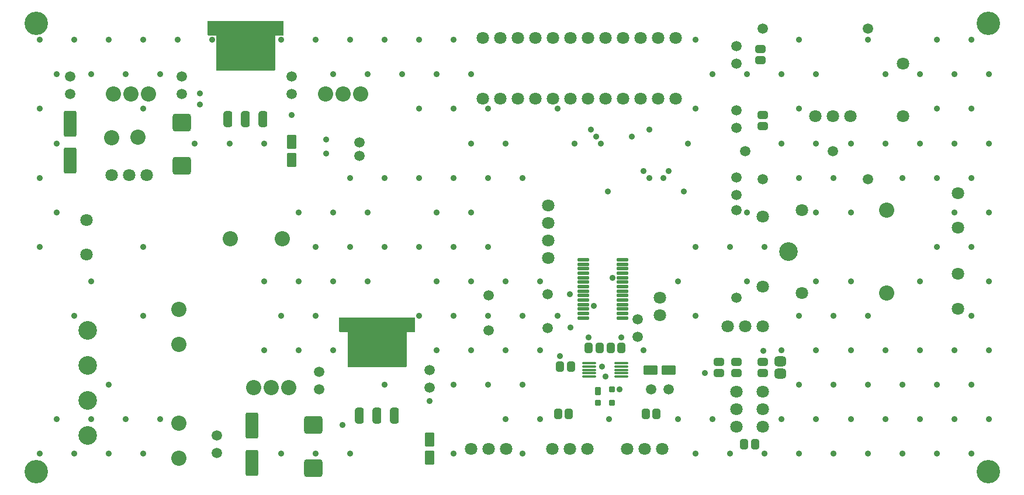
<source format=gts>
G04*
G04 #@! TF.GenerationSoftware,Altium Limited,Altium Designer,21.9.2 (33)*
G04*
G04 Layer_Color=8388736*
%FSLAX24Y24*%
%MOIN*%
G70*
G04*
G04 #@! TF.SameCoordinates,D973DA56-E0BB-4DEA-AE19-888B2019222A*
G04*
G04*
G04 #@! TF.FilePolarity,Negative*
G04*
G01*
G75*
G04:AMPARAMS|DCode=27|XSize=67.1mil|YSize=57.2mil|CornerRadius=16.3mil|HoleSize=0mil|Usage=FLASHONLY|Rotation=180.000|XOffset=0mil|YOffset=0mil|HoleType=Round|Shape=RoundedRectangle|*
%AMROUNDEDRECTD27*
21,1,0.0671,0.0246,0,0,180.0*
21,1,0.0344,0.0572,0,0,180.0*
1,1,0.0326,-0.0172,0.0123*
1,1,0.0326,0.0172,0.0123*
1,1,0.0326,0.0172,-0.0123*
1,1,0.0326,-0.0172,-0.0123*
%
%ADD27ROUNDEDRECTD27*%
G04:AMPARAMS|DCode=28|XSize=78.9mil|YSize=56.4mil|CornerRadius=8.8mil|HoleSize=0mil|Usage=FLASHONLY|Rotation=270.000|XOffset=0mil|YOffset=0mil|HoleType=Round|Shape=RoundedRectangle|*
%AMROUNDEDRECTD28*
21,1,0.0789,0.0387,0,0,270.0*
21,1,0.0612,0.0564,0,0,270.0*
1,1,0.0177,-0.0194,-0.0306*
1,1,0.0177,-0.0194,0.0306*
1,1,0.0177,0.0194,0.0306*
1,1,0.0177,0.0194,-0.0306*
%
%ADD28ROUNDEDRECTD28*%
G04:AMPARAMS|DCode=29|XSize=149.6mil|YSize=72.8mil|CornerRadius=10.4mil|HoleSize=0mil|Usage=FLASHONLY|Rotation=270.000|XOffset=0mil|YOffset=0mil|HoleType=Round|Shape=RoundedRectangle|*
%AMROUNDEDRECTD29*
21,1,0.1496,0.0520,0,0,270.0*
21,1,0.1287,0.0728,0,0,270.0*
1,1,0.0209,-0.0260,-0.0644*
1,1,0.0209,-0.0260,0.0644*
1,1,0.0209,0.0260,0.0644*
1,1,0.0209,0.0260,-0.0644*
%
%ADD29ROUNDEDRECTD29*%
G04:AMPARAMS|DCode=30|XSize=101.3mil|YSize=103.7mil|CornerRadius=13.3mil|HoleSize=0mil|Usage=FLASHONLY|Rotation=270.000|XOffset=0mil|YOffset=0mil|HoleType=Round|Shape=RoundedRectangle|*
%AMROUNDEDRECTD30*
21,1,0.1013,0.0770,0,0,270.0*
21,1,0.0746,0.1037,0,0,270.0*
1,1,0.0267,-0.0385,-0.0373*
1,1,0.0267,-0.0385,0.0373*
1,1,0.0267,0.0385,0.0373*
1,1,0.0267,0.0385,-0.0373*
%
%ADD30ROUNDEDRECTD30*%
G04:AMPARAMS|DCode=31|XSize=92.9mil|YSize=50mil|CornerRadius=14.5mil|HoleSize=0mil|Usage=FLASHONLY|Rotation=270.000|XOffset=0mil|YOffset=0mil|HoleType=Round|Shape=RoundedRectangle|*
%AMROUNDEDRECTD31*
21,1,0.0929,0.0211,0,0,270.0*
21,1,0.0640,0.0500,0,0,270.0*
1,1,0.0289,-0.0105,-0.0320*
1,1,0.0289,-0.0105,0.0320*
1,1,0.0289,0.0105,0.0320*
1,1,0.0289,0.0105,-0.0320*
%
%ADD31ROUNDEDRECTD31*%
G04:AMPARAMS|DCode=32|XSize=59.2mil|YSize=47.4mil|CornerRadius=13.8mil|HoleSize=0mil|Usage=FLASHONLY|Rotation=0.000|XOffset=0mil|YOffset=0mil|HoleType=Round|Shape=RoundedRectangle|*
%AMROUNDEDRECTD32*
21,1,0.0592,0.0197,0,0,0.0*
21,1,0.0315,0.0474,0,0,0.0*
1,1,0.0277,0.0157,-0.0098*
1,1,0.0277,-0.0157,-0.0098*
1,1,0.0277,-0.0157,0.0098*
1,1,0.0277,0.0157,0.0098*
%
%ADD32ROUNDEDRECTD32*%
G04:AMPARAMS|DCode=33|XSize=59.2mil|YSize=47.4mil|CornerRadius=13.8mil|HoleSize=0mil|Usage=FLASHONLY|Rotation=270.000|XOffset=0mil|YOffset=0mil|HoleType=Round|Shape=RoundedRectangle|*
%AMROUNDEDRECTD33*
21,1,0.0592,0.0197,0,0,270.0*
21,1,0.0315,0.0474,0,0,270.0*
1,1,0.0277,-0.0098,-0.0157*
1,1,0.0277,-0.0098,0.0157*
1,1,0.0277,0.0098,0.0157*
1,1,0.0277,0.0098,-0.0157*
%
%ADD33ROUNDEDRECTD33*%
G04:AMPARAMS|DCode=34|XSize=15.7mil|YSize=76.8mil|CornerRadius=4.9mil|HoleSize=0mil|Usage=FLASHONLY|Rotation=270.000|XOffset=0mil|YOffset=0mil|HoleType=Round|Shape=RoundedRectangle|*
%AMROUNDEDRECTD34*
21,1,0.0157,0.0669,0,0,270.0*
21,1,0.0059,0.0768,0,0,270.0*
1,1,0.0098,-0.0335,-0.0030*
1,1,0.0098,-0.0335,0.0030*
1,1,0.0098,0.0335,0.0030*
1,1,0.0098,0.0335,-0.0030*
%
%ADD34ROUNDEDRECTD34*%
G04:AMPARAMS|DCode=35|XSize=78.9mil|YSize=56.4mil|CornerRadius=8.8mil|HoleSize=0mil|Usage=FLASHONLY|Rotation=0.000|XOffset=0mil|YOffset=0mil|HoleType=Round|Shape=RoundedRectangle|*
%AMROUNDEDRECTD35*
21,1,0.0789,0.0387,0,0,0.0*
21,1,0.0612,0.0564,0,0,0.0*
1,1,0.0177,0.0306,-0.0194*
1,1,0.0177,-0.0306,-0.0194*
1,1,0.0177,-0.0306,0.0194*
1,1,0.0177,0.0306,0.0194*
%
%ADD35ROUNDEDRECTD35*%
%ADD36O,0.0709X0.0197*%
G04:AMPARAMS|DCode=37|XSize=31.5mil|YSize=35.4mil|CornerRadius=5.1mil|HoleSize=0mil|Usage=FLASHONLY|Rotation=270.000|XOffset=0mil|YOffset=0mil|HoleType=Round|Shape=RoundedRectangle|*
%AMROUNDEDRECTD37*
21,1,0.0315,0.0252,0,0,270.0*
21,1,0.0213,0.0354,0,0,270.0*
1,1,0.0102,-0.0126,-0.0106*
1,1,0.0102,-0.0126,0.0106*
1,1,0.0102,0.0126,0.0106*
1,1,0.0102,0.0126,-0.0106*
%
%ADD37ROUNDEDRECTD37*%
G04:AMPARAMS|DCode=38|XSize=47.2mil|YSize=35.4mil|CornerRadius=5.3mil|HoleSize=0mil|Usage=FLASHONLY|Rotation=270.000|XOffset=0mil|YOffset=0mil|HoleType=Round|Shape=RoundedRectangle|*
%AMROUNDEDRECTD38*
21,1,0.0472,0.0248,0,0,270.0*
21,1,0.0366,0.0354,0,0,270.0*
1,1,0.0106,-0.0124,-0.0183*
1,1,0.0106,-0.0124,0.0183*
1,1,0.0106,0.0124,0.0183*
1,1,0.0106,0.0124,-0.0183*
%
%ADD38ROUNDEDRECTD38*%
%ADD39C,0.1339*%
%ADD40C,0.0709*%
%ADD41C,0.0867*%
%ADD42C,0.0592*%
%ADD43C,0.0710*%
%ADD44C,0.0591*%
%ADD45C,0.1063*%
%ADD46C,0.1064*%
%ADD47C,0.0356*%
G36*
X33192Y21554D02*
X33197Y21553D01*
X33202Y21551D01*
X33207Y21549D01*
X33211Y21546D01*
X33215Y21543D01*
X33218Y21539D01*
X33221Y21534D01*
X33223Y21530D01*
X33225Y21525D01*
X33226Y21520D01*
X33226Y21515D01*
Y20763D01*
X33226Y20758D01*
X33225Y20753D01*
X33223Y20748D01*
X33221Y20743D01*
X33218Y20739D01*
X33215Y20735D01*
X33211Y20731D01*
X33207Y20729D01*
X33202Y20726D01*
X33197Y20725D01*
X33192Y20724D01*
X33187Y20723D01*
X32740D01*
Y18763D01*
X32740Y18758D01*
X32739Y18753D01*
X32737Y18748D01*
X32735Y18743D01*
X32732Y18739D01*
X32729Y18735D01*
X32725Y18731D01*
X32721Y18729D01*
X32716Y18726D01*
X32711Y18725D01*
X32706Y18724D01*
X32701Y18723D01*
X29421D01*
X29416Y18724D01*
X29411Y18725D01*
X29406Y18726D01*
X29402Y18729D01*
X29397Y18731D01*
X29393Y18735D01*
X29390Y18739D01*
X29387Y18743D01*
X29385Y18748D01*
X29383Y18753D01*
X29382Y18758D01*
X29382Y18763D01*
Y20723D01*
X28935D01*
X28930Y20724D01*
X28925Y20725D01*
X28920Y20726D01*
X28915Y20729D01*
X28911Y20731D01*
X28907Y20735D01*
X28904Y20739D01*
X28901Y20743D01*
X28899Y20748D01*
X28897Y20753D01*
X28896Y20758D01*
X28896Y20763D01*
Y21515D01*
X28896Y21520D01*
X28897Y21525D01*
X28899Y21530D01*
X28901Y21534D01*
X28904Y21539D01*
X28907Y21543D01*
X28911Y21546D01*
X28915Y21549D01*
X28920Y21551D01*
X28925Y21553D01*
X28930Y21554D01*
X28935Y21554D01*
X33187D01*
X33192Y21554D01*
D02*
G37*
G36*
X25692Y38485D02*
X25697Y38484D01*
X25702Y38482D01*
X25707Y38480D01*
X25711Y38477D01*
X25715Y38474D01*
X25718Y38470D01*
X25721Y38466D01*
X25723Y38461D01*
X25725Y38456D01*
X25726Y38451D01*
X25726Y38446D01*
Y37694D01*
X25726Y37689D01*
X25725Y37684D01*
X25723Y37679D01*
X25721Y37674D01*
X25718Y37670D01*
X25715Y37666D01*
X25711Y37663D01*
X25707Y37660D01*
X25702Y37657D01*
X25697Y37656D01*
X25692Y37655D01*
X25687Y37654D01*
X25240D01*
Y35694D01*
X25240Y35689D01*
X25239Y35684D01*
X25237Y35679D01*
X25235Y35674D01*
X25232Y35670D01*
X25229Y35666D01*
X25225Y35663D01*
X25221Y35660D01*
X25216Y35657D01*
X25211Y35656D01*
X25206Y35655D01*
X25201Y35654D01*
X21921D01*
X21916Y35655D01*
X21911Y35656D01*
X21906Y35657D01*
X21902Y35660D01*
X21897Y35663D01*
X21893Y35666D01*
X21890Y35670D01*
X21887Y35674D01*
X21885Y35679D01*
X21883Y35684D01*
X21882Y35689D01*
X21882Y35694D01*
Y37654D01*
X21435D01*
X21430Y37655D01*
X21425Y37656D01*
X21420Y37657D01*
X21415Y37660D01*
X21411Y37663D01*
X21407Y37666D01*
X21404Y37670D01*
X21401Y37674D01*
X21399Y37679D01*
X21397Y37684D01*
X21396Y37689D01*
X21396Y37694D01*
Y38446D01*
X21396Y38451D01*
X21397Y38456D01*
X21399Y38461D01*
X21401Y38466D01*
X21404Y38470D01*
X21407Y38474D01*
X21411Y38477D01*
X21415Y38480D01*
X21420Y38482D01*
X21425Y38484D01*
X21430Y38485D01*
X21435Y38485D01*
X25687D01*
X25692Y38485D01*
D02*
G37*
D27*
X54061Y18342D02*
D03*
Y19031D02*
D03*
D28*
X26186Y31577D02*
D03*
Y30545D02*
D03*
X34061Y14577D02*
D03*
Y13545D02*
D03*
D29*
X23936Y15374D02*
D03*
Y13248D02*
D03*
X13561Y32624D02*
D03*
Y30498D02*
D03*
D30*
X27436Y12958D02*
D03*
Y15414D02*
D03*
X19936Y30208D02*
D03*
Y32664D02*
D03*
D31*
X30061Y15936D02*
D03*
X31061D02*
D03*
X32061D02*
D03*
X22561Y32867D02*
D03*
X23561D02*
D03*
X24561D02*
D03*
D32*
X52936Y36246D02*
D03*
Y36876D02*
D03*
X53061Y19001D02*
D03*
Y18371D02*
D03*
X50561Y18371D02*
D03*
Y19001D02*
D03*
X51561Y19001D02*
D03*
Y18371D02*
D03*
X53061Y32496D02*
D03*
Y33126D02*
D03*
D33*
X43121Y19811D02*
D03*
X43751D02*
D03*
X45001D02*
D03*
X44371D02*
D03*
X41496Y18749D02*
D03*
X42126D02*
D03*
X51996Y14311D02*
D03*
X52626D02*
D03*
X41371Y16061D02*
D03*
X42001D02*
D03*
X47001D02*
D03*
X46371D02*
D03*
D34*
X43146Y18758D02*
D03*
Y18561D02*
D03*
Y18364D02*
D03*
Y18167D02*
D03*
Y18955D02*
D03*
X44976D02*
D03*
Y18758D02*
D03*
Y18561D02*
D03*
Y18364D02*
D03*
Y18167D02*
D03*
D35*
X46670Y18561D02*
D03*
X47702D02*
D03*
D36*
X42834Y24849D02*
D03*
Y24594D02*
D03*
Y24338D02*
D03*
Y24082D02*
D03*
Y23826D02*
D03*
Y23570D02*
D03*
Y23314D02*
D03*
Y23058D02*
D03*
Y22802D02*
D03*
Y22546D02*
D03*
Y22290D02*
D03*
Y22034D02*
D03*
Y21779D02*
D03*
Y21523D02*
D03*
X45038D02*
D03*
Y24849D02*
D03*
Y24594D02*
D03*
Y24338D02*
D03*
Y24082D02*
D03*
Y23826D02*
D03*
Y23570D02*
D03*
Y23314D02*
D03*
Y23058D02*
D03*
Y22802D02*
D03*
Y22546D02*
D03*
Y22290D02*
D03*
Y22034D02*
D03*
Y21779D02*
D03*
D37*
X44455Y17435D02*
D03*
Y16687D02*
D03*
X43667D02*
D03*
D38*
Y17356D02*
D03*
D39*
X65906Y12756D02*
D03*
Y38346D02*
D03*
X11614D02*
D03*
Y12756D02*
D03*
D40*
X38097Y37500D02*
D03*
X40097D02*
D03*
X42097D02*
D03*
X44097D02*
D03*
X48097D02*
D03*
X47097D02*
D03*
X46097D02*
D03*
X45097D02*
D03*
X43097D02*
D03*
X41097D02*
D03*
X39097D02*
D03*
X37097D02*
D03*
X38097Y34050D02*
D03*
X40097D02*
D03*
X42097D02*
D03*
X44097D02*
D03*
X48097D02*
D03*
X47097D02*
D03*
X46097D02*
D03*
X45097D02*
D03*
X43097D02*
D03*
X41097D02*
D03*
X39097D02*
D03*
X37097D02*
D03*
X43061Y14061D02*
D03*
X42061D02*
D03*
X41061D02*
D03*
X47311D02*
D03*
X46311D02*
D03*
X45311D02*
D03*
X14500Y25157D02*
D03*
Y27125D02*
D03*
X64186Y24030D02*
D03*
Y22061D02*
D03*
X51561Y15311D02*
D03*
Y17311D02*
D03*
Y16311D02*
D03*
X56061Y33061D02*
D03*
X57061D02*
D03*
X53061Y27311D02*
D03*
Y23311D02*
D03*
X51061Y21061D02*
D03*
X52061D02*
D03*
X38436Y14061D02*
D03*
X37436D02*
D03*
X36436D02*
D03*
X64186Y28655D02*
D03*
Y26686D02*
D03*
X47186Y22686D02*
D03*
Y21686D02*
D03*
X40811Y24936D02*
D03*
Y25936D02*
D03*
Y26936D02*
D03*
Y27936D02*
D03*
X17936Y29686D02*
D03*
X16936D02*
D03*
X61061Y36061D02*
D03*
Y33061D02*
D03*
X53061Y17311D02*
D03*
Y15311D02*
D03*
Y16311D02*
D03*
D41*
X19750Y20000D02*
D03*
Y15500D02*
D03*
Y13500D02*
D03*
Y22000D02*
D03*
X25639Y26061D02*
D03*
X22686D02*
D03*
X17436Y31831D02*
D03*
X15936Y31811D02*
D03*
X60106Y22949D02*
D03*
Y27673D02*
D03*
X28130Y34311D02*
D03*
X30130D02*
D03*
X29130D02*
D03*
X16005D02*
D03*
X18005D02*
D03*
X17005D02*
D03*
X24005Y17561D02*
D03*
X26005D02*
D03*
X25005D02*
D03*
D42*
X47686Y17436D02*
D03*
X46686D02*
D03*
X13561Y35311D02*
D03*
Y34311D02*
D03*
X19936Y35311D02*
D03*
Y34311D02*
D03*
X26186Y35311D02*
D03*
Y34311D02*
D03*
X21936Y13811D02*
D03*
Y14811D02*
D03*
X27755Y18436D02*
D03*
Y17436D02*
D03*
X34061Y18561D02*
D03*
Y17561D02*
D03*
X51561Y36061D02*
D03*
Y37061D02*
D03*
Y28561D02*
D03*
Y29561D02*
D03*
X59061Y38061D02*
D03*
X53061D02*
D03*
X37436Y20811D02*
D03*
Y22811D02*
D03*
X30061Y30774D02*
D03*
Y31561D02*
D03*
X53061Y29436D02*
D03*
X59061D02*
D03*
X51561Y32374D02*
D03*
Y33374D02*
D03*
X45936Y20436D02*
D03*
Y21436D02*
D03*
D43*
X58061Y33061D02*
D03*
X53061Y21061D02*
D03*
X15936Y29686D02*
D03*
X55303Y22949D02*
D03*
Y27673D02*
D03*
D44*
X51561Y22686D02*
D03*
Y27686D02*
D03*
X40797Y20961D02*
D03*
Y22883D02*
D03*
X52061Y31061D02*
D03*
X57061D02*
D03*
D45*
X14561Y14811D02*
D03*
Y16811D02*
D03*
Y20811D02*
D03*
Y18811D02*
D03*
D46*
X54516Y25311D02*
D03*
D47*
X64961Y37402D02*
D03*
X65945Y35433D02*
D03*
X64961Y33465D02*
D03*
X65945Y31496D02*
D03*
X64961Y29528D02*
D03*
X65945Y27559D02*
D03*
X64961Y25591D02*
D03*
X65945Y23622D02*
D03*
X64961Y21654D02*
D03*
X65945Y19685D02*
D03*
X64961Y17717D02*
D03*
X65945Y15748D02*
D03*
X64961Y13780D02*
D03*
X62992Y37402D02*
D03*
X63976Y35433D02*
D03*
X62992Y33465D02*
D03*
X63976Y31496D02*
D03*
X62992Y29528D02*
D03*
X63976Y27559D02*
D03*
X62992Y25591D02*
D03*
X63976Y19685D02*
D03*
X62992Y17717D02*
D03*
X63976Y15748D02*
D03*
X62992Y13780D02*
D03*
X62008Y35433D02*
D03*
Y31496D02*
D03*
X61024Y29528D02*
D03*
X62008Y23622D02*
D03*
Y19685D02*
D03*
X61024Y17717D02*
D03*
X62008Y15748D02*
D03*
X61024Y13780D02*
D03*
X59055Y37402D02*
D03*
X60039Y35433D02*
D03*
Y31496D02*
D03*
X59055Y21654D02*
D03*
X60039Y19685D02*
D03*
X59055Y17717D02*
D03*
X60039Y15748D02*
D03*
X59055Y13780D02*
D03*
X58071Y31496D02*
D03*
X57087Y29528D02*
D03*
X58071Y27559D02*
D03*
Y23622D02*
D03*
X57087Y21654D02*
D03*
X58071Y19685D02*
D03*
X57087Y17717D02*
D03*
X58071Y15748D02*
D03*
X57087Y13780D02*
D03*
X55118Y37402D02*
D03*
X56102Y35433D02*
D03*
X55118Y33465D02*
D03*
X56102Y31496D02*
D03*
X55118Y29528D02*
D03*
X56102Y27559D02*
D03*
Y23622D02*
D03*
X55118Y21654D02*
D03*
X56102Y19685D02*
D03*
X55118Y17717D02*
D03*
X56102Y15748D02*
D03*
X55118Y13780D02*
D03*
X54134Y35433D02*
D03*
Y31496D02*
D03*
X53150Y25591D02*
D03*
X54134Y19685D02*
D03*
Y15748D02*
D03*
X53150Y13780D02*
D03*
X52165Y35433D02*
D03*
Y27559D02*
D03*
X51181Y25591D02*
D03*
X52165Y23622D02*
D03*
X51181Y13780D02*
D03*
X49213Y37402D02*
D03*
X50197Y35433D02*
D03*
X49213Y33465D02*
D03*
Y25591D02*
D03*
Y21654D02*
D03*
X50197Y15748D02*
D03*
X49213Y13780D02*
D03*
X48228Y23622D02*
D03*
Y15748D02*
D03*
X46260Y19685D02*
D03*
X44291Y15748D02*
D03*
X41339Y33465D02*
D03*
X42323Y31496D02*
D03*
X41339Y21654D02*
D03*
X39370Y29528D02*
D03*
X40354Y23622D02*
D03*
X39370Y21654D02*
D03*
X40354Y19685D02*
D03*
X39370Y17717D02*
D03*
X40354Y15748D02*
D03*
X39370Y13780D02*
D03*
X37402Y33465D02*
D03*
X38386Y31496D02*
D03*
X37402Y29528D02*
D03*
Y25591D02*
D03*
X38386Y23622D02*
D03*
X37402Y21654D02*
D03*
X38386Y19685D02*
D03*
X37402Y17717D02*
D03*
X38386Y15748D02*
D03*
X35433Y37402D02*
D03*
X36417Y35433D02*
D03*
X35433Y33465D02*
D03*
X36417Y31496D02*
D03*
X35433Y29528D02*
D03*
X36417Y27559D02*
D03*
X35433Y25591D02*
D03*
X36417Y23622D02*
D03*
X35433Y21654D02*
D03*
X36417Y19685D02*
D03*
X35433Y17717D02*
D03*
Y13780D02*
D03*
X33465Y37402D02*
D03*
X34449Y35433D02*
D03*
X33465Y33465D02*
D03*
Y29528D02*
D03*
X34449Y27559D02*
D03*
X33465Y25591D02*
D03*
X34449Y23622D02*
D03*
X33465Y21654D02*
D03*
X34449Y19685D02*
D03*
X31496Y37402D02*
D03*
X32480Y35433D02*
D03*
X31496Y29528D02*
D03*
Y25591D02*
D03*
Y17717D02*
D03*
X29528Y37402D02*
D03*
X30512Y35433D02*
D03*
X29528Y29528D02*
D03*
X30512Y27559D02*
D03*
X29528Y25591D02*
D03*
X30512Y23622D02*
D03*
X29528Y13780D02*
D03*
X27559Y37402D02*
D03*
X28543Y35433D02*
D03*
Y27559D02*
D03*
X27559Y25591D02*
D03*
X28543Y23622D02*
D03*
X27559Y21654D02*
D03*
X28543Y19685D02*
D03*
X27559Y13780D02*
D03*
X25591Y37402D02*
D03*
X26575Y27559D02*
D03*
Y23622D02*
D03*
X25591Y21654D02*
D03*
X26575Y19685D02*
D03*
X25591Y13780D02*
D03*
X24606Y31496D02*
D03*
Y23622D02*
D03*
Y19685D02*
D03*
X21654Y37402D02*
D03*
X22638Y31496D02*
D03*
X19685Y37402D02*
D03*
X20669Y31496D02*
D03*
X17717Y37402D02*
D03*
X18701Y35433D02*
D03*
X17717Y33465D02*
D03*
Y25591D02*
D03*
Y21654D02*
D03*
X18701Y15748D02*
D03*
X17717Y13780D02*
D03*
X15748Y37402D02*
D03*
X16732Y35433D02*
D03*
X15748Y17717D02*
D03*
X16732Y15748D02*
D03*
X15748Y13780D02*
D03*
X13780Y37402D02*
D03*
X14764Y35433D02*
D03*
Y23622D02*
D03*
X13780Y21654D02*
D03*
X14764Y15748D02*
D03*
X13780Y13780D02*
D03*
X11811Y37402D02*
D03*
X12795Y35433D02*
D03*
X11811Y33465D02*
D03*
X12795Y31496D02*
D03*
X11811Y29528D02*
D03*
X12795Y27559D02*
D03*
X11811Y25591D02*
D03*
X12795Y15748D02*
D03*
X11811Y13780D02*
D03*
X20945Y33701D02*
D03*
Y34331D02*
D03*
X28150Y30914D02*
D03*
Y31701D02*
D03*
X26181Y33110D02*
D03*
X49759Y18386D02*
D03*
X29094Y15413D02*
D03*
X34055Y16772D02*
D03*
X43131Y20408D02*
D03*
X44985D02*
D03*
X41488Y19350D02*
D03*
X43890Y18732D02*
D03*
X44075Y18177D02*
D03*
X44894Y17433D02*
D03*
X53071Y19646D02*
D03*
X43425Y22205D02*
D03*
X44488Y23819D02*
D03*
X48543Y28740D02*
D03*
X44213D02*
D03*
X48780Y31496D02*
D03*
X47677Y29921D02*
D03*
X47402Y29528D02*
D03*
X46575D02*
D03*
X46260Y29921D02*
D03*
X42087Y20984D02*
D03*
X45591Y31890D02*
D03*
X43819Y31496D02*
D03*
X43543Y31890D02*
D03*
X43268Y32283D02*
D03*
X46575D02*
D03*
X42047Y22874D02*
D03*
M02*

</source>
